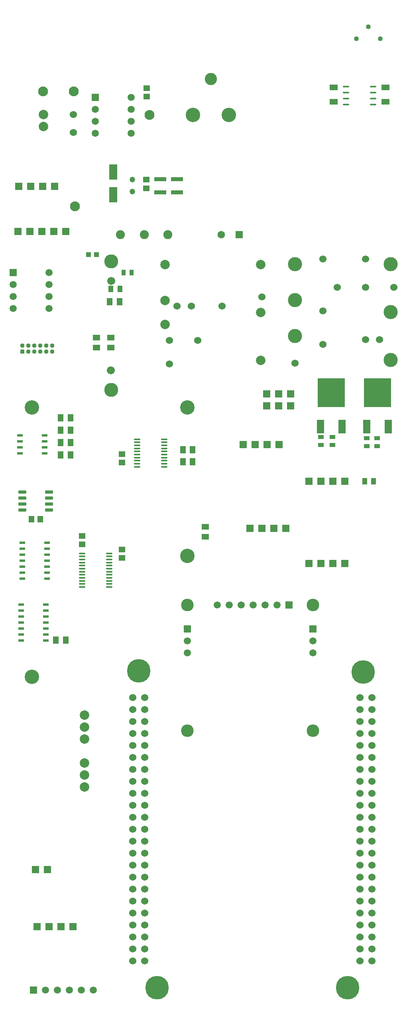
<source format=gbr>
G04 Layer_Color=255*
%FSLAX26Y26*%
%MOIN*%
%TF.FileFunction,Pads,Top*%
%TF.Part,Single*%
G01*
G75*
%TA.AperFunction,SMDPad,CuDef*%
%ADD10R,0.041339X0.055118*%
%TA.AperFunction,TestPad*%
%ADD11R,0.041339X0.055118*%
%TA.AperFunction,SMDPad,CuDef*%
%ADD12R,0.057087X0.045276*%
%ADD13R,0.059055X0.049213*%
%ADD14R,0.049213X0.059055*%
%ADD15R,0.045276X0.057087*%
%ADD16R,0.033465X0.051181*%
G04:AMPARAMS|DCode=17|XSize=25.591mil|YSize=64.961mil|CornerRadius=1.919mil|HoleSize=0mil|Usage=FLASHONLY|Rotation=90.000|XOffset=0mil|YOffset=0mil|HoleType=Round|Shape=RoundedRectangle|*
%AMROUNDEDRECTD17*
21,1,0.025591,0.061122,0,0,90.0*
21,1,0.021752,0.064961,0,0,90.0*
1,1,0.003839,0.030561,0.010876*
1,1,0.003839,0.030561,-0.010876*
1,1,0.003839,-0.030561,-0.010876*
1,1,0.003839,-0.030561,0.010876*
%
%ADD17ROUNDEDRECTD17*%
G04:AMPARAMS|DCode=18|XSize=21.654mil|YSize=49.213mil|CornerRadius=1.949mil|HoleSize=0mil|Usage=FLASHONLY|Rotation=270.000|XOffset=0mil|YOffset=0mil|HoleType=Round|Shape=RoundedRectangle|*
%AMROUNDEDRECTD18*
21,1,0.021654,0.045315,0,0,270.0*
21,1,0.017756,0.049213,0,0,270.0*
1,1,0.003898,-0.022657,-0.008878*
1,1,0.003898,-0.022657,0.008878*
1,1,0.003898,0.022657,0.008878*
1,1,0.003898,0.022657,-0.008878*
%
%ADD18ROUNDEDRECTD18*%
%ADD19R,0.102362X0.037402*%
%ADD20R,0.070866X0.045276*%
%ADD21R,0.051181X0.033465*%
%ADD22R,0.062992X0.118110*%
%ADD23R,0.228346X0.244095*%
%ADD24R,0.039370X0.039370*%
%ADD25R,0.070000X0.125000*%
%ADD26O,0.055118X0.013780*%
%TA.AperFunction,ComponentPad*%
%ADD30C,0.082677*%
%ADD31R,0.060000X0.060000*%
%ADD32C,0.078740*%
%ADD33C,0.059055*%
%ADD34R,0.059055X0.059055*%
%ADD35R,0.059055X0.059055*%
%TA.AperFunction,ViaPad*%
%ADD36C,0.105000*%
%ADD37C,0.120000*%
%ADD38C,0.196850*%
%TA.AperFunction,ComponentPad*%
%ADD39C,0.074803*%
%ADD40R,0.062992X0.062992*%
%ADD41C,0.062992*%
%TA.AperFunction,ViaPad*%
%ADD42C,0.060000*%
%TA.AperFunction,ComponentPad*%
%ADD43C,0.047244*%
%ADD44C,0.118110*%
%ADD45C,0.060000*%
%ADD46C,0.120000*%
%ADD47C,0.102000*%
%ADD48C,0.040000*%
%ADD49C,0.078740*%
%ADD50C,0.067000*%
%ADD51C,0.117000*%
%ADD52C,0.037000*%
%ADD53R,0.037000X0.037000*%
D10*
X996804Y6187008D02*
D03*
X3118848Y4580708D02*
D03*
X3044044Y4580708D02*
D03*
D11*
X922000Y6187008D02*
D03*
D12*
X679874Y4053148D02*
D03*
X679874Y4124014D02*
D03*
X1219246Y7864172D02*
D03*
X1219246Y7793306D02*
D03*
X1015368Y4735568D02*
D03*
X1015368Y4806434D02*
D03*
X1217278Y7027558D02*
D03*
X1217278Y7098424D02*
D03*
X1014518Y3938976D02*
D03*
X1014518Y4009842D02*
D03*
D13*
X1711372Y4198820D02*
D03*
X1711372Y4116142D02*
D03*
X801922Y5696850D02*
D03*
X801922Y5779526D02*
D03*
X919368Y5697662D02*
D03*
X919368Y5780340D02*
D03*
D14*
X544048Y3253938D02*
D03*
X461372Y3253938D02*
D03*
X1522984Y4843306D02*
D03*
X1605660Y4843306D02*
D03*
X1522986Y4743308D02*
D03*
X1605664Y4743308D02*
D03*
X583418Y5108268D02*
D03*
X500740Y5108268D02*
D03*
X583418Y5005906D02*
D03*
X500740Y5005906D02*
D03*
X583418Y4801182D02*
D03*
X500740Y4801182D02*
D03*
X583418Y4903544D02*
D03*
X500740Y4903544D02*
D03*
X910188Y6080708D02*
D03*
X992866Y6080708D02*
D03*
D15*
X258614Y4261814D02*
D03*
X329480Y4261814D02*
D03*
D16*
X1028168Y6322928D02*
D03*
X1095098Y6322928D02*
D03*
D17*
X404284Y4340156D02*
D03*
X404284Y4390156D02*
D03*
X404284Y4440156D02*
D03*
X404284Y4490156D02*
D03*
X181844Y4340156D02*
D03*
X181844Y4390156D02*
D03*
X181844Y4440156D02*
D03*
X181844Y4490156D02*
D03*
D18*
X179088Y4065748D02*
D03*
X179088Y4015748D02*
D03*
X179088Y3965748D02*
D03*
X179088Y3915748D02*
D03*
X179088Y3865748D02*
D03*
X179088Y3815748D02*
D03*
X179088Y3765748D02*
D03*
X385780Y4065748D02*
D03*
X385780Y4015748D02*
D03*
X385780Y3965748D02*
D03*
X385780Y3915748D02*
D03*
X385780Y3865748D02*
D03*
X385780Y3815748D02*
D03*
X385780Y3765748D02*
D03*
X365898Y4812796D02*
D03*
X365898Y4862796D02*
D03*
X365898Y4912796D02*
D03*
X365898Y4962796D02*
D03*
X159204Y4812796D02*
D03*
X159204Y4862796D02*
D03*
X159204Y4912796D02*
D03*
X159204Y4962796D02*
D03*
X377708Y3250788D02*
D03*
X377708Y3300788D02*
D03*
X377708Y3350788D02*
D03*
X377708Y3400788D02*
D03*
X377708Y3450788D02*
D03*
X377708Y3500788D02*
D03*
X377708Y3550788D02*
D03*
X171016Y3250788D02*
D03*
X171016Y3300788D02*
D03*
X171016Y3350788D02*
D03*
X171016Y3400788D02*
D03*
X171016Y3450788D02*
D03*
X171016Y3500788D02*
D03*
X171016Y3550788D02*
D03*
D19*
X1335384Y7102362D02*
D03*
X1335384Y6992126D02*
D03*
X1473182Y6992128D02*
D03*
X1473182Y7102364D02*
D03*
D20*
X3217276Y7868110D02*
D03*
X3217276Y7749998D02*
D03*
X2784204Y7750000D02*
D03*
X2784204Y7868110D02*
D03*
D21*
X2774362Y4881888D02*
D03*
X2774362Y4948818D02*
D03*
X2676370Y4881536D02*
D03*
X2676370Y4948466D02*
D03*
X3148378Y4872046D02*
D03*
X3148378Y4938976D02*
D03*
X3059796Y4872048D02*
D03*
X3059796Y4938978D02*
D03*
D22*
X3060236Y5036220D02*
D03*
X3240552Y5036220D02*
D03*
X2674362Y5037402D02*
D03*
X2854676Y5037402D02*
D03*
D23*
X3150394Y5319684D02*
D03*
X2764518Y5320866D02*
D03*
D24*
X800100Y6471930D02*
D03*
X733170Y6471930D02*
D03*
D25*
X941686Y7161930D02*
D03*
X941686Y6971930D02*
D03*
D26*
X1366882Y4700984D02*
D03*
X1366882Y4726574D02*
D03*
X1366882Y4752166D02*
D03*
X1366882Y4777756D02*
D03*
X1366882Y4803346D02*
D03*
X1366882Y4828938D02*
D03*
X1366882Y4854528D02*
D03*
X1366882Y4880118D02*
D03*
X1366882Y4905708D02*
D03*
X1366882Y4931300D02*
D03*
X1140504Y4700984D02*
D03*
X1140504Y4726574D02*
D03*
X1140504Y4752166D02*
D03*
X1140504Y4777756D02*
D03*
X1140504Y4803346D02*
D03*
X1140504Y4828938D02*
D03*
X1140504Y4854528D02*
D03*
X1140504Y4880118D02*
D03*
X1140504Y4905708D02*
D03*
X1140504Y4931300D02*
D03*
X907236Y3695866D02*
D03*
X907236Y3721456D02*
D03*
X907236Y3747048D02*
D03*
X907236Y3772638D02*
D03*
X907236Y3798228D02*
D03*
X907236Y3823818D02*
D03*
X907236Y3849410D02*
D03*
X907236Y3875000D02*
D03*
X907236Y3900590D02*
D03*
X907236Y3926182D02*
D03*
X907236Y3951772D02*
D03*
X907236Y3977362D02*
D03*
X680858Y3695866D02*
D03*
X680858Y3721456D02*
D03*
X680858Y3747048D02*
D03*
X680858Y3772638D02*
D03*
X680858Y3798228D02*
D03*
X680858Y3823818D02*
D03*
X680858Y3849410D02*
D03*
X680858Y3875000D02*
D03*
X680858Y3900590D02*
D03*
X680858Y3926182D02*
D03*
X680858Y3951772D02*
D03*
X680858Y3977362D02*
D03*
X2886812Y7875000D02*
D03*
X2886812Y7825000D02*
D03*
X2886812Y7775000D02*
D03*
X2886812Y7725000D02*
D03*
X3113190Y7875000D02*
D03*
X3113190Y7825000D02*
D03*
X3113190Y7775000D02*
D03*
X3113190Y7725000D02*
D03*
D30*
X619116Y6877000D02*
D03*
X1245000Y7641000D02*
D03*
X612000Y7837000D02*
D03*
X355000Y7836000D02*
D03*
D31*
X303300Y859252D02*
D03*
X403300Y859252D02*
D03*
X503300Y859252D02*
D03*
X603300Y859252D02*
D03*
X289702Y1336410D02*
D03*
X389702Y1336410D02*
D03*
X243064Y6665158D02*
D03*
X343064Y6665158D02*
D03*
X443064Y6665158D02*
D03*
X543064Y6665158D02*
D03*
X143064Y6665158D02*
D03*
X2877512Y3891732D02*
D03*
X2777512Y3891732D02*
D03*
X2677512Y3891732D02*
D03*
X2577512Y3891732D02*
D03*
X151528Y7041338D02*
D03*
X251528Y7041338D02*
D03*
X351528Y7041338D02*
D03*
X451528Y7041338D02*
D03*
X2877512Y4580708D02*
D03*
X2777512Y4580708D02*
D03*
X2677512Y4580708D02*
D03*
X2577512Y4580708D02*
D03*
X2326330Y4885826D02*
D03*
X2226330Y4885826D02*
D03*
X2126330Y4885826D02*
D03*
X2026330Y4885826D02*
D03*
X2385386Y4187008D02*
D03*
X2285386Y4187008D02*
D03*
X2185386Y4187008D02*
D03*
X2085386Y4187008D02*
D03*
X2223182Y5310630D02*
D03*
X2323182Y5310630D02*
D03*
X2423182Y5310630D02*
D03*
X2423182Y5210630D02*
D03*
X2323182Y5210630D02*
D03*
X2223182Y5210630D02*
D03*
D32*
X699700Y2626410D02*
D03*
X699700Y2526410D02*
D03*
X699700Y2426410D02*
D03*
X699700Y2026410D02*
D03*
X699700Y2126410D02*
D03*
X699700Y2226410D02*
D03*
X2173968Y5588190D02*
D03*
X2173968Y6388190D02*
D03*
X1373968Y5888190D02*
D03*
X1373968Y6088190D02*
D03*
X1373968Y6388190D02*
D03*
X356700Y7644094D02*
D03*
X356700Y7544094D02*
D03*
D33*
X1809700Y3546410D02*
D03*
X1909700Y3546410D02*
D03*
X2009700Y3546410D02*
D03*
X2109700Y3546410D02*
D03*
X2309700Y3546410D02*
D03*
X2209700Y3546410D02*
D03*
X1559700Y3246410D02*
D03*
X1559700Y3146410D02*
D03*
X2609700Y3246410D02*
D03*
X2609700Y3146410D02*
D03*
X374360Y328740D02*
D03*
X474360Y328740D02*
D03*
X574360Y328740D02*
D03*
X674360Y328740D02*
D03*
X774360Y328740D02*
D03*
X791686Y7687796D02*
D03*
X791686Y7587796D02*
D03*
X791686Y7487796D02*
D03*
X1091686Y7787796D02*
D03*
X1091686Y7687796D02*
D03*
X1091686Y7587796D02*
D03*
X1091686Y7487796D02*
D03*
X104680Y6224606D02*
D03*
X104680Y6124606D02*
D03*
X104680Y6024606D02*
D03*
X404680Y6324606D02*
D03*
X404680Y6224606D02*
D03*
X404680Y6124606D02*
D03*
X404680Y6024606D02*
D03*
D34*
X2409700Y3546410D02*
D03*
X274360Y328740D02*
D03*
X791686Y7787796D02*
D03*
X104680Y6324606D02*
D03*
D35*
X1559700Y3346410D02*
D03*
X2609700Y3346410D02*
D03*
D36*
X1559700Y3546410D02*
D03*
X2609700Y2496410D02*
D03*
X2609700Y3546410D02*
D03*
X1559700Y2496410D02*
D03*
D37*
X259700Y5196410D02*
D03*
X1559700Y5196410D02*
D03*
X259700Y2946410D02*
D03*
X1559700Y3956410D02*
D03*
D38*
X2902316Y348426D02*
D03*
X1308424Y348426D02*
D03*
X1155370Y2997000D02*
D03*
X3030268Y2986220D02*
D03*
D39*
X1397786Y6640158D02*
D03*
X1000936Y6640158D02*
D03*
X1199362Y6640158D02*
D03*
D40*
X1993062Y6640158D02*
D03*
D41*
X1844244Y6640158D02*
D03*
D42*
X1411094Y5559960D02*
D03*
X1411094Y5756812D02*
D03*
X1647314Y5756812D02*
D03*
X1593260Y6042402D02*
D03*
X1475150Y6042402D02*
D03*
X1849164Y6042402D02*
D03*
X2183810Y6121142D02*
D03*
X2695622Y6436102D02*
D03*
X3049952Y6436102D02*
D03*
X3286172Y6199882D02*
D03*
X3049952Y6199882D02*
D03*
X2813732Y6199882D02*
D03*
X2695622Y6003032D02*
D03*
X2459402Y5564960D02*
D03*
X2695622Y5722442D02*
D03*
X3049952Y5761812D02*
D03*
X3168064Y5761812D02*
D03*
D43*
X1099164Y7101180D02*
D03*
X1099164Y7001180D02*
D03*
D44*
X3259402Y6391732D02*
D03*
X3259402Y5991732D02*
D03*
X3259402Y5591732D02*
D03*
X2459402Y6391732D02*
D03*
X2459402Y5791732D02*
D03*
X2459402Y6091732D02*
D03*
D45*
X609008Y7494094D02*
D03*
X609008Y7643700D02*
D03*
X1105370Y2772000D02*
D03*
X3005370Y572000D02*
D03*
X3005370Y672000D02*
D03*
X3005370Y772000D02*
D03*
X3005370Y872000D02*
D03*
X3005370Y972000D02*
D03*
X3005370Y1072000D02*
D03*
X3005370Y1172000D02*
D03*
X3005370Y1272000D02*
D03*
X3005370Y1372000D02*
D03*
X3005370Y1472000D02*
D03*
X3005370Y1572000D02*
D03*
X3005370Y1672000D02*
D03*
X3005370Y1772000D02*
D03*
X3005370Y1872000D02*
D03*
X3005370Y1972000D02*
D03*
X3005370Y2072000D02*
D03*
X3005370Y2172000D02*
D03*
X3005370Y2272000D02*
D03*
X3005370Y2372000D02*
D03*
X3005370Y2472000D02*
D03*
X3005370Y2572000D02*
D03*
X3005370Y2672000D02*
D03*
X3105370Y572000D02*
D03*
X3105370Y672000D02*
D03*
X3105370Y772000D02*
D03*
X3105370Y872000D02*
D03*
X3105370Y972000D02*
D03*
X3105370Y1072000D02*
D03*
X3105370Y1172000D02*
D03*
X3105370Y1272000D02*
D03*
X3105370Y1372000D02*
D03*
X3105370Y1472000D02*
D03*
X3105370Y1572000D02*
D03*
X3105370Y1672000D02*
D03*
X3105370Y1772000D02*
D03*
X3105370Y1872000D02*
D03*
X3105370Y1972000D02*
D03*
X3105370Y2072000D02*
D03*
X3105370Y2172000D02*
D03*
X3105370Y2272000D02*
D03*
X3105370Y2372000D02*
D03*
X3105370Y2472000D02*
D03*
X3105370Y2572000D02*
D03*
X3105370Y2672000D02*
D03*
X3105370Y2772000D02*
D03*
X3005370Y2772000D02*
D03*
X1105370Y572000D02*
D03*
X1105370Y672000D02*
D03*
X1105370Y772000D02*
D03*
X1105370Y872000D02*
D03*
X1105370Y972000D02*
D03*
X1105370Y1072000D02*
D03*
X1105370Y1172000D02*
D03*
X1105370Y1272000D02*
D03*
X1105370Y1372000D02*
D03*
X1105370Y1472000D02*
D03*
X1105370Y1572000D02*
D03*
X1105370Y1672000D02*
D03*
X1105370Y1772000D02*
D03*
X1105370Y1872000D02*
D03*
X1105370Y1972000D02*
D03*
X1105370Y2072000D02*
D03*
X1105370Y2172000D02*
D03*
X1105370Y2272000D02*
D03*
X1105370Y2372000D02*
D03*
X1105370Y2472000D02*
D03*
X1105370Y2572000D02*
D03*
X1105370Y2672000D02*
D03*
X1205370Y572000D02*
D03*
X1205370Y672000D02*
D03*
X1205370Y772000D02*
D03*
X1205370Y872000D02*
D03*
X1205370Y972000D02*
D03*
X1205370Y1072000D02*
D03*
X1205370Y1172000D02*
D03*
X1205370Y1272000D02*
D03*
X1205370Y1372000D02*
D03*
X1205370Y1472000D02*
D03*
X1205370Y1572000D02*
D03*
X1205370Y1672000D02*
D03*
X1205370Y1772000D02*
D03*
X1205370Y1872000D02*
D03*
X1205370Y1972000D02*
D03*
X1205370Y2072000D02*
D03*
X1205370Y2172000D02*
D03*
X1205370Y2272000D02*
D03*
X1205370Y2372000D02*
D03*
X1205370Y2472000D02*
D03*
X1205370Y2572000D02*
D03*
X1205370Y2672000D02*
D03*
X1205370Y2772000D02*
D03*
D46*
X1606000Y7640000D02*
D03*
X1906000Y7640000D02*
D03*
D47*
X1756000Y7940000D02*
D03*
D48*
X2974700Y8276410D02*
D03*
X3174700Y8276410D02*
D03*
X3074700Y8376410D02*
D03*
D49*
X2173968Y5988190D02*
D03*
D50*
X922368Y5505622D02*
D03*
X923968Y6254222D02*
D03*
D51*
X923968Y6416122D02*
D03*
X923968Y5343722D02*
D03*
D52*
X380622Y5664568D02*
D03*
X230622Y5664568D02*
D03*
X280622Y5664568D02*
D03*
X330622Y5664568D02*
D03*
X430622Y5664568D02*
D03*
X180622Y5714568D02*
D03*
X230622Y5714568D02*
D03*
X280622Y5714568D02*
D03*
X330622Y5714568D02*
D03*
X380622Y5714568D02*
D03*
X430622Y5714568D02*
D03*
D53*
X180622Y5664568D02*
D03*
%TF.MD5,f405bedc0b91a116087b6710f1b2c8f0*%
M02*

</source>
